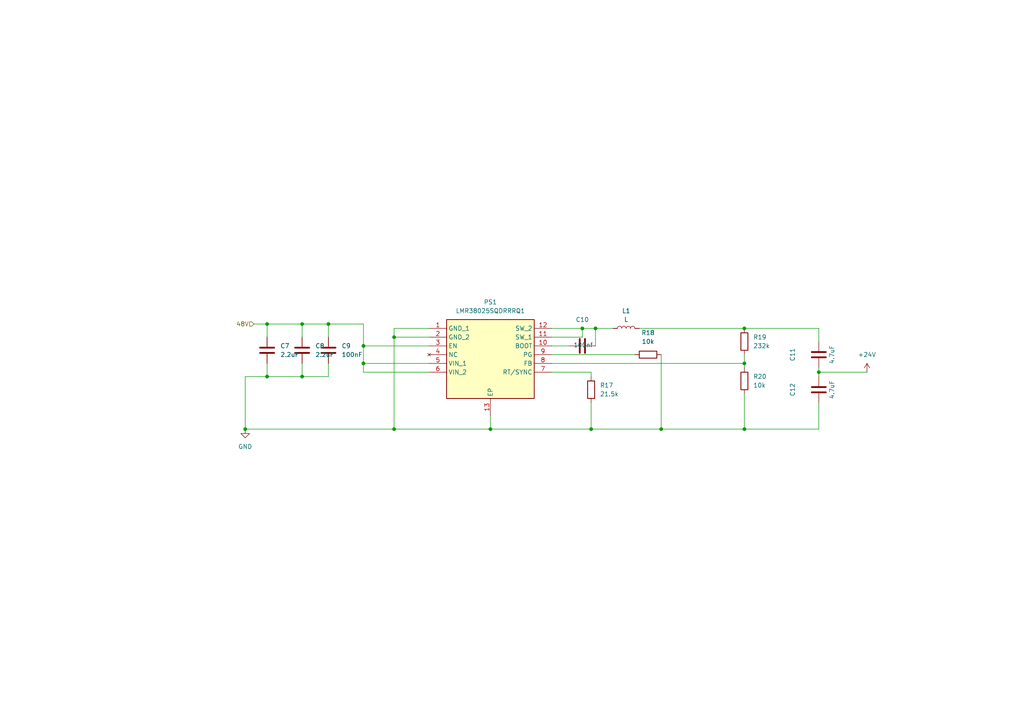
<source format=kicad_sch>
(kicad_sch (version 20250114) (generator "eeschema") (generator_version "9.0")
  (paper "A4")
  (lib_symbols
    (symbol "Device:C" (pin_numbers (hide yes)) (pin_names (offset 0.254))
      (property "Reference" "C" (at 0.635 2.54 0))
      (property "Value" "C" (at 0.635 -2.54 0))
      (symbol "C_0_1"
        (polyline (pts (xy -2.032 0.762) (xy 2.032 0.762)) (stroke (width 0.508)))
        (polyline (pts (xy -2.032 -0.762) (xy 2.032 -0.762)) (stroke (width 0.508)))
      )
      (symbol "C_1_1"
        (pin passive line (at 0 3.81 270) (length 2.794) (name "~") (number "1"))
        (pin passive line (at 0 -3.81 90) (length 2.794) (name "~") (number "2"))
      )
    )
    (symbol "Device:L" (pin_numbers (hide yes)) (pin_names (offset 1.016) (hide yes))
      (property "Reference" "L" (at -1.27 0 90))
      (property "Value" "L" (at 1.905 0 90))
      (symbol "L_0_1"
        (arc (start 0 2.54) (mid 0.6323 1.905) (end 0 1.27))
        (arc (start 0 1.27) (mid 0.6323 0.635) (end 0 0))
        (arc (start 0 0) (mid 0.6323 -0.635) (end 0 -1.27))
        (arc (start 0 -1.27) (mid 0.6323 -1.905) (end 0 -2.54))
      )
      (symbol "L_1_1"
        (pin passive line (at 0 3.81 270) (length 1.27) (name "1") (number "1"))
        (pin passive line (at 0 -3.81 90) (length 1.27) (name "2") (number "2"))
      )
    )
    (symbol "Device:R" (pin_numbers (hide yes)) (pin_names (offset 0))
      (property "Reference" "R" (at 2.032 0 90))
      (property "Value" "R" (at 0 0 90))
      (symbol "R_0_1"
        (rectangle (start -1.016 -2.54) (end 1.016 2.54) (stroke (width 0.254)))
      )
      (symbol "R_1_1"
        (pin passive line (at 0 3.81 270) (length 1.27) (name "~") (number "1"))
        (pin passive line (at 0 -3.81 90) (length 1.27) (name "~") (number "2"))
      )
    )
    (symbol "LMR38025SQDRRRQ1:LMR38025SQDRRRQ1"
      (property "Reference" "PS" (at 31.75 7.62 0))
      (property "Value" "LMR38025SQDRRRQ1" (at 31.75 5.08 0))
      (symbol "LMR38025SQDRRRQ1_1_1"
        (rectangle (start 5.08 2.54) (end 30.48 -20.32) (stroke (width 0.254)) (fill (type background)))
        (pin passive line (at 0 0 0) (length 5.08) (name "GND_1") (number "1"))
        (pin passive line (at 0 -2.54 0) (length 5.08) (name "GND_2") (number "2"))
        (pin passive line (at 0 -5.08 0) (length 5.08) (name "EN") (number "3"))
        (pin no_connect line (at 0 -7.62 0) (length 5.08) (name "NC") (number "4"))
        (pin passive line (at 0 -10.16 0) (length 5.08) (name "VIN_1") (number "5"))
        (pin passive line (at 0 -12.7 0) (length 5.08) (name "VIN_2") (number "6"))
        (pin passive line (at 17.78 -25.4 90) (length 5.08) (name "EP") (number "13"))
        (pin passive line (at 35.56 0 180) (length 5.08) (name "SW_2") (number "12"))
        (pin passive line (at 35.56 -2.54 180) (length 5.08) (name "SW_1") (number "11"))
        (pin passive line (at 35.56 -5.08 180) (length 5.08) (name "BOOT") (number "10"))
        (pin passive line (at 35.56 -7.62 180) (length 5.08) (name "PG") (number "9"))
        (pin passive line (at 35.56 -10.16 180) (length 5.08) (name "FB") (number "8"))
        (pin passive line (at 35.56 -12.7 180) (length 5.08) (name "RT/SYNC") (number "7"))
      )
    )
    (symbol "power:+24V" (power) (pin_numbers (hide yes)) (pin_names (offset 0) (hide yes))
      (property "Value" "+24V" (at 0 3.556 0))
      (symbol "+24V_0_1"
        (polyline (pts (xy -0.762 1.27) (xy 0 2.54)))
        (polyline (pts (xy 0 2.54) (xy 0.762 1.27)))
        (polyline (pts (xy 0 0) (xy 0 2.54)))
      )
      (symbol "+24V_1_1"
        (pin power_in line (at 0 0 90) (length 0) (name "~") (number "1"))
      )
    )
    (symbol "power:GND" (power) (pin_numbers (hide yes)) (pin_names (offset 0) (hide yes))
      (property "Value" "GND" (at 0 -3.81 0))
      (symbol "GND_0_1"
        (polyline (pts (xy 0 0) (xy 0 -1.27) (xy 1.27 -1.27) (xy 0 -2.54) (xy -1.27 -1.27) (xy 0 -1.27)))
      )
      (symbol "GND_1_1"
        (pin power_in line (at 0 0 270) (length 0) (name "~") (number "1"))
      )
    )
  )
  (junction (at 215.9 95.25))
  (junction (at 77.47 109.22))
  (junction (at 172.72 95.25))
  (junction (at 105.41 105.41))
  (junction (at 215.9 124.46))
  (junction (at 114.3 124.46))
  (junction (at 215.9 105.41))
  (junction (at 105.41 100.33))
  (junction (at 168.91 95.25))
  (junction (at 237.49 107.95))
  (junction (at 87.63 93.98))
  (junction (at 95.25 93.98))
  (junction (at 114.3 97.79))
  (junction (at 71.12 124.46))
  (junction (at 142.24 124.46))
  (junction (at 87.63 109.22))
  (junction (at 77.47 93.98))
  (junction (at 171.45 124.46))
  (junction (at 191.77 124.46))
  (wire (pts (xy 77.47 109.22) (xy 87.63 109.22)))
  (wire (pts (xy 77.47 105.41) (xy 77.47 109.22)))
  (wire (pts (xy 71.12 109.22) (xy 77.47 109.22)))
  (wire (pts (xy 73.66 93.98) (xy 77.47 93.98)))
  (wire (pts (xy 171.45 124.46) (xy 142.24 124.46)))
  (wire (pts (xy 172.72 95.25) (xy 168.91 95.25)))
  (wire (pts (xy 237.49 107.95) (xy 251.46 107.95)))
  (wire (pts (xy 142.24 124.46) (xy 114.3 124.46)))
  (wire (pts (xy 185.42 95.25) (xy 215.9 95.25)))
  (wire (pts (xy 171.45 116.84) (xy 171.45 124.46)))
  (wire (pts (xy 237.49 116.84) (xy 237.49 124.46)))
  (wire (pts (xy 160.02 102.87) (xy 184.15 102.87)))
  (wire (pts (xy 160.02 105.41) (xy 215.9 105.41)))
  (wire (pts (xy 191.77 102.87) (xy 191.77 124.46)))
  (wire (pts (xy 124.46 100.33) (xy 105.41 100.33)))
  (wire (pts (xy 114.3 124.46) (xy 71.12 124.46)))
  (wire (pts (xy 71.12 124.46) (xy 71.12 109.22)))
  (wire (pts (xy 105.41 105.41) (xy 124.46 105.41)))
  (wire (pts (xy 105.41 93.98) (xy 105.41 100.33)))
  (wire (pts (xy 160.02 97.79) (xy 168.91 97.79)))
  (wire (pts (xy 77.47 93.98) (xy 77.47 97.79)))
  (wire (pts (xy 105.41 107.95) (xy 105.41 105.41)))
  (wire (pts (xy 168.91 95.25) (xy 168.91 97.79)))
  (wire (pts (xy 237.49 109.22) (xy 237.49 107.95)))
  (wire (pts (xy 160.02 107.95) (xy 171.45 107.95)))
  (wire (pts (xy 215.9 102.87) (xy 215.9 105.41)))
  (wire (pts (xy 114.3 97.79) (xy 114.3 124.46)))
  (wire (pts (xy 87.63 109.22) (xy 95.25 109.22)))
  (wire (pts (xy 87.63 93.98) (xy 87.63 97.79)))
  (wire (pts (xy 77.47 93.98) (xy 87.63 93.98)))
  (wire (pts (xy 87.63 105.41) (xy 87.63 109.22)))
  (wire (pts (xy 237.49 95.25) (xy 215.9 95.25)))
  (wire (pts (xy 215.9 124.46) (xy 191.77 124.46)))
  (wire (pts (xy 172.72 95.25) (xy 172.72 100.33)))
  (wire (pts (xy 124.46 95.25) (xy 114.3 95.25)))
  (wire (pts (xy 114.3 97.79) (xy 124.46 97.79)))
  (wire (pts (xy 105.41 100.33) (xy 105.41 105.41)))
  (wire (pts (xy 171.45 107.95) (xy 171.45 109.22)))
  (wire (pts (xy 95.25 109.22) (xy 95.25 105.41)))
  (wire (pts (xy 95.25 93.98) (xy 95.25 97.79)))
  (wire (pts (xy 237.49 99.06) (xy 237.49 95.25)))
  (wire (pts (xy 142.24 120.65) (xy 142.24 124.46)))
  (wire (pts (xy 237.49 124.46) (xy 215.9 124.46)))
  (wire (pts (xy 95.25 93.98) (xy 105.41 93.98)))
  (wire (pts (xy 87.63 93.98) (xy 95.25 93.98)))
  (wire (pts (xy 124.46 107.95) (xy 105.41 107.95)))
  (wire (pts (xy 160.02 95.25) (xy 168.91 95.25)))
  (wire (pts (xy 177.8 95.25) (xy 172.72 95.25)))
  (wire (pts (xy 160.02 100.33) (xy 165.1 100.33)))
  (wire (pts (xy 237.49 107.95) (xy 237.49 106.68)))
  (wire (pts (xy 215.9 105.41) (xy 215.9 106.68)))
  (wire (pts (xy 215.9 114.3) (xy 215.9 124.46)))
  (wire (pts (xy 114.3 95.25) (xy 114.3 97.79)))
  (wire (pts (xy 191.77 124.46) (xy 171.45 124.46)))
  (hierarchical_label "48V" (shape input) (at 73.66 93.98 180))
  (symbol (lib_id "power:GND") (at 71.12 124.46 0) (unit 1)
    (property "Reference" "#PWR029" (effects (hide yes)))
    (property "Value" "GND" (at 71.12 129.54 0))
    (property "Description" "Power symbol creates a global label with name \"GND\" , ground" (effects (hide yes)))
  )
  (symbol (lib_id "Device:R") (at 215.9 99.06 180) (unit 1)
    (property "Reference" "R19" (at 218.44 97.7899 0) (effects (justify right)))
    (property "Value" "232k" (at 218.44 100.3299 0) (effects (justify right)))
    (property "Footprint" "Resistor_SMD:R_0402_1005Metric" (effects (hide yes)))
    (property "Description" "Resistor" (effects (hide yes)))
  )
  (symbol (lib_id "Device:C") (at 168.91 100.33 90) (unit 1)
    (property "Reference" "C10" (at 168.91 92.71 90))
    (property "Value" "100nf" (at 169.164 100.076 90))
    (property "Footprint" "Capacitor_SMD:C_0201_0603Metric" (effects (hide yes)))
    (property "Description" "Unpolarized capacitor" (effects (hide yes)))
  )
  (symbol (lib_id "Device:C") (at 95.25 101.6 0) (unit 1)
    (property "Reference" "C9" (at 99.06 100.3299 0) (effects (justify left)))
    (property "Value" "100nF" (at 99.06 102.8699 0) (effects (justify left)))
    (property "Footprint" "Capacitor_SMD:C_0201_0603Metric" (effects (hide yes)))
    (property "Description" "Unpolarized capacitor" (effects (hide yes)))
  )
  (symbol (lib_id "Device:C") (at 77.47 101.6 0) (unit 1)
    (property "Reference" "C7" (at 81.28 100.3299 0) (effects (justify left)))
    (property "Value" "2.2uF" (at 81.28 102.8699 0) (effects (justify left)))
    (property "Footprint" "Capacitor_SMD:C_0201_0603Metric" (effects (hide yes)))
    (property "Description" "Unpolarized capacitor" (effects (hide yes)))
  )
  (symbol (lib_id "Device:R") (at 187.96 102.87 90) (unit 1)
    (property "Reference" "R18" (at 187.96 96.52 90))
    (property "Value" "10k" (at 187.96 99.06 90))
    (property "Footprint" "Resistor_SMD:R_0603_1608Metric" (effects (hide yes)))
    (property "Description" "Resistor" (effects (hide yes)))
  )
  (symbol (lib_id "power:+24V") (at 251.46 107.95 0) (unit 1)
    (property "Reference" "#PWR030" (effects (hide yes)))
    (property "Value" "+24V" (at 251.46 102.87 0))
    (property "Description" "Power symbol creates a global label with name \"+24V\"" (effects (hide yes)))
  )
  (symbol (lib_id "Device:C") (at 87.63 101.6 0) (unit 1)
    (property "Reference" "C8" (at 91.44 100.3299 0) (effects (justify left)))
    (property "Value" "2.2uF" (at 91.44 102.8699 0) (effects (justify left)))
    (property "Footprint" "Capacitor_SMD:C_0201_0603Metric" (effects (hide yes)))
    (property "Description" "Unpolarized capacitor" (effects (hide yes)))
  )
  (symbol (lib_id "Device:L") (at 181.61 95.25 90) (unit 1)
    (property "Reference" "L1" (at 181.61 90.17 90))
    (property "Value" "L" (at 181.61 92.71 90))
    (property "Footprint" "Inductor_SMD:L_12x12mm_H8mm" (effects (hide yes)))
    (property "Description" "Inductor" (effects (hide yes)))
  )
  (symbol (lib_id "LMR38025SQDRRRQ1:LMR38025SQDRRRQ1") (at 124.46 95.25 0) (unit 1)
    (property "Reference" "PS1" (at 142.24 87.63 0))
    (property "Value" "LMR38025SQDRRRQ1" (at 142.24 90.17 0))
    (property "Footprint" "LMR380:SON50P300X300X80-13N" (effects (hide yes)))
    (property "Datasheet" "https://www.ti.com/lit/gpn/lmr38025-q1" (effects (hide yes)))
    (property "Description" "Switching Voltage Regulators LMR38025SQDRRRQ1" (effects (hide yes)))
    (property "Height" "0.8" (effects (hide yes)))
    (property "Mouser Part Number" "595-LMR38025SQDRRRQ1" (effects (hide yes)))
    (property "Mouser Price/Stock" "https://www.mouser.co.uk/ProductDetail/Texas-Instruments/LMR38025SQDRRRQ1?qs=Z%252BL2brAPG1JSpH2snz70qg%3D%3D" (effects (hide yes)))
    (property "Manufacturer_Name" "Texas Instruments" (effects (hide yes)))
    (property "Manufacturer_Part_Number" "LMR38025SQDRRRQ1" (effects (hide yes)))
  )
  (symbol (lib_id "Device:R") (at 215.9 110.49 180) (unit 1)
    (property "Reference" "R20" (at 218.44 109.2199 0) (effects (justify right)))
    (property "Value" "10k" (at 218.44 111.7599 0) (effects (justify right)))
    (property "Footprint" "Resistor_SMD:R_0603_1608Metric" (effects (hide yes)))
    (property "Description" "Resistor" (effects (hide yes)))
  )
  (symbol (lib_id "Device:R") (at 171.45 113.03 0) (unit 1)
    (property "Reference" "R17" (at 173.99 111.7599 0) (effects (justify left)))
    (property "Value" "21.5k" (at 173.99 114.2999 0) (effects (justify left)))
    (property "Footprint" "Resistor_SMD:R_0402_1005Metric" (effects (hide yes)))
    (property "Description" "Resistor" (effects (hide yes)))
  )
  (symbol (lib_id "Device:C") (at 237.49 102.87 180) (unit 1)
    (property "Reference" "C11" (at 229.87 102.87 90))
    (property "Value" "4.7uF" (at 241.3 102.87 90))
    (property "Footprint" "Capacitor_SMD:C_0201_0603Metric" (effects (hide yes)))
    (property "Description" "Unpolarized capacitor" (effects (hide yes)))
  )
  (symbol (lib_id "Device:C") (at 237.49 113.03 180) (unit 1)
    (property "Reference" "C12" (at 229.87 113.03 90))
    (property "Value" "4.7uF" (at 241.3 113.03 90))
    (property "Footprint" "Capacitor_SMD:C_0201_0603Metric" (effects (hide yes)))
    (property "Description" "Unpolarized capacitor" (effects (hide yes)))
  )
)
</source>
